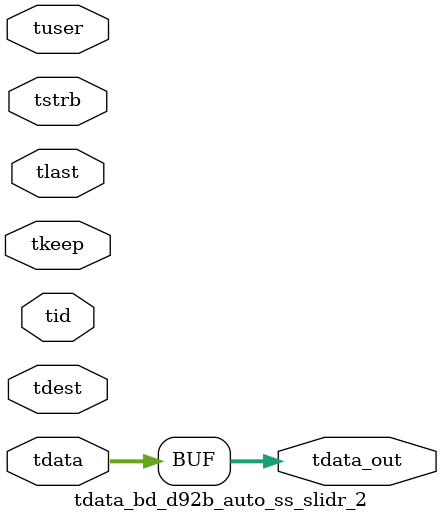
<source format=v>


`timescale 1ps/1ps

module tdata_bd_d92b_auto_ss_slidr_2 #
(
parameter C_S_AXIS_TDATA_WIDTH = 32,
parameter C_S_AXIS_TUSER_WIDTH = 0,
parameter C_S_AXIS_TID_WIDTH   = 0,
parameter C_S_AXIS_TDEST_WIDTH = 0,
parameter C_M_AXIS_TDATA_WIDTH = 32
)
(
input  [(C_S_AXIS_TDATA_WIDTH == 0 ? 1 : C_S_AXIS_TDATA_WIDTH)-1:0     ] tdata,
input  [(C_S_AXIS_TUSER_WIDTH == 0 ? 1 : C_S_AXIS_TUSER_WIDTH)-1:0     ] tuser,
input  [(C_S_AXIS_TID_WIDTH   == 0 ? 1 : C_S_AXIS_TID_WIDTH)-1:0       ] tid,
input  [(C_S_AXIS_TDEST_WIDTH == 0 ? 1 : C_S_AXIS_TDEST_WIDTH)-1:0     ] tdest,
input  [(C_S_AXIS_TDATA_WIDTH/8)-1:0 ] tkeep,
input  [(C_S_AXIS_TDATA_WIDTH/8)-1:0 ] tstrb,
input                                                                    tlast,
output [C_M_AXIS_TDATA_WIDTH-1:0] tdata_out
);

assign tdata_out = {tdata[63:0]};

endmodule


</source>
